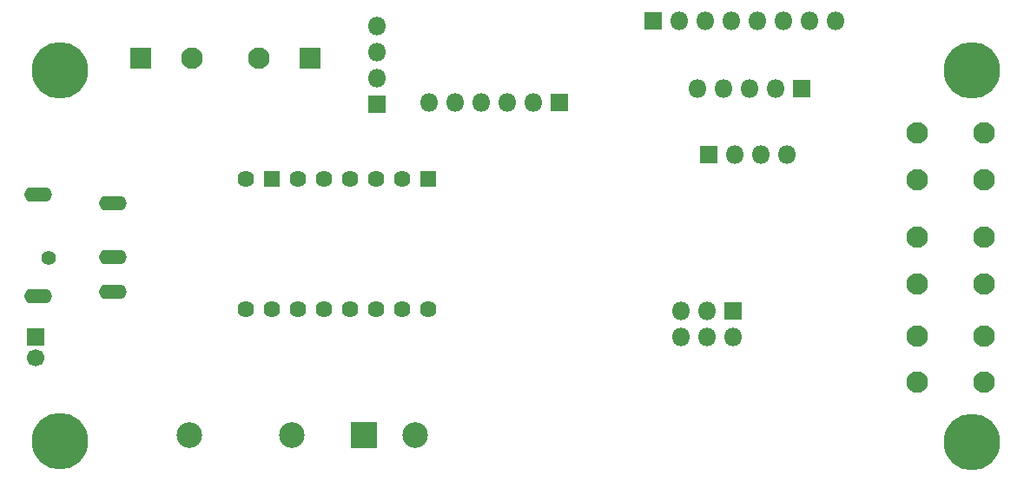
<source format=gbr>
%TF.GenerationSoftware,KiCad,Pcbnew,(5.1.6)-1*%
%TF.CreationDate,2020-11-03T19:25:33-05:00*%
%TF.ProjectId,Kitty Caddy,4b697474-7920-4436-9164-64792e6b6963,rev?*%
%TF.SameCoordinates,Original*%
%TF.FileFunction,Soldermask,Bot*%
%TF.FilePolarity,Negative*%
%FSLAX46Y46*%
G04 Gerber Fmt 4.6, Leading zero omitted, Abs format (unit mm)*
G04 Created by KiCad (PCBNEW (5.1.6)-1) date 2020-11-03 19:25:33*
%MOMM*%
%LPD*%
G01*
G04 APERTURE LIST*
%ADD10C,2.100000*%
%ADD11R,1.624000X1.624000*%
%ADD12C,1.624000*%
%ADD13C,5.500000*%
%ADD14R,1.700000X1.700000*%
%ADD15C,1.700000*%
%ADD16R,2.100000X2.100000*%
%ADD17R,2.500000X2.500000*%
%ADD18C,2.500000*%
%ADD19O,2.716000X1.408000*%
%ADD20C,1.400000*%
%ADD21R,1.800000X1.800000*%
%ADD22O,1.800000X1.800000*%
G04 APERTURE END LIST*
D10*
%TO.C,SW3*%
X127891800Y-86334400D03*
X121391800Y-86334400D03*
X127891800Y-90834400D03*
X121391800Y-90834400D03*
%TD*%
%TO.C,SW2*%
X127891800Y-76758600D03*
X121391800Y-76758600D03*
X127891800Y-81258600D03*
X121391800Y-81258600D03*
%TD*%
%TO.C,SW1*%
X127891800Y-66598600D03*
X121391800Y-66598600D03*
X127891800Y-71098600D03*
X121391800Y-71098600D03*
%TD*%
D11*
%TO.C,U2*%
X73673400Y-71018600D03*
D12*
X71133400Y-71018600D03*
X68593400Y-71018600D03*
X66053400Y-71018600D03*
X63513400Y-71018600D03*
X60973400Y-71018600D03*
D11*
X58433400Y-71018600D03*
D12*
X55893400Y-71018600D03*
X73673400Y-83718600D03*
X71133400Y-83718600D03*
X68593400Y-83718600D03*
X66053400Y-83718600D03*
X63513400Y-83718600D03*
X60973400Y-83718600D03*
X58433400Y-83718600D03*
X55893400Y-83718600D03*
%TD*%
D13*
%TO.C,REF\u002A\u002A*%
X126670200Y-96727200D03*
%TD*%
%TO.C,REF\u002A\u002A*%
X37770200Y-96647200D03*
%TD*%
%TO.C,REF\u002A\u002A*%
X126670200Y-60452200D03*
%TD*%
%TO.C,REF\u002A\u002A*%
X37770200Y-60452200D03*
%TD*%
D14*
%TO.C,C1*%
X35443400Y-86488600D03*
D15*
X35443400Y-88488600D03*
%TD*%
D16*
%TO.C,C3*%
X45693400Y-59238600D03*
D10*
X50693400Y-59238600D03*
%TD*%
D16*
%TO.C,C4*%
X62193400Y-59238600D03*
D10*
X57193400Y-59238600D03*
%TD*%
D17*
%TO.C,C6*%
X67443400Y-95988600D03*
D18*
X72443400Y-95988600D03*
%TD*%
D19*
%TO.C,J1*%
X42993400Y-82038600D03*
X42993400Y-78638600D03*
X42993400Y-73438600D03*
X35693400Y-72538600D03*
X35693400Y-82438600D03*
D20*
X36693400Y-78738600D03*
%TD*%
D21*
%TO.C,J2*%
X68661400Y-63783400D03*
D22*
X68661400Y-61243400D03*
X68661400Y-58703400D03*
X68661400Y-56163400D03*
%TD*%
D21*
%TO.C,J3*%
X110139600Y-62208600D03*
D22*
X107599600Y-62208600D03*
X105059600Y-62208600D03*
X102519600Y-62208600D03*
X99979600Y-62208600D03*
%TD*%
D21*
%TO.C,J4*%
X86441400Y-63631000D03*
D22*
X83901400Y-63631000D03*
X81361400Y-63631000D03*
X78821400Y-63631000D03*
X76281400Y-63631000D03*
X73741400Y-63631000D03*
%TD*%
D21*
%TO.C,J5*%
X103408600Y-83900200D03*
D22*
X103408600Y-86440200D03*
X100868600Y-83900200D03*
X100868600Y-86440200D03*
X98328600Y-83900200D03*
X98328600Y-86440200D03*
%TD*%
D18*
%TO.C,L1*%
X50443400Y-95988600D03*
X60443400Y-95988600D03*
%TD*%
D21*
%TO.C,U1*%
X101046400Y-68685600D03*
D22*
X103586400Y-68685600D03*
X106126400Y-68685600D03*
X108666400Y-68685600D03*
%TD*%
D21*
%TO.C,U4*%
X95610800Y-55609680D03*
D22*
X98150800Y-55609680D03*
X100690800Y-55609680D03*
X103230800Y-55609680D03*
X105770800Y-55609680D03*
X108310800Y-55609680D03*
X110850800Y-55609680D03*
X113390800Y-55609680D03*
%TD*%
M02*

</source>
